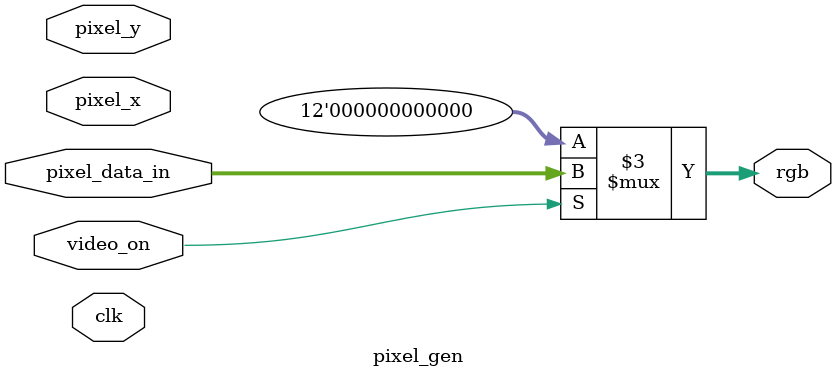
<source format=v>
`timescale 1ns / 1ps


module pixel_gen(
input wire clk, video_on,
input wire [9:0] pixel_x, pixel_y,
input wire [11:0] pixel_data_in,
output reg [11:0] rgb);
always @(*)
    // When video_on signal is low no color
    rgb = (~video_on) ? 12'b0000_0000_0000 : pixel_data_in;
endmodule

</source>
